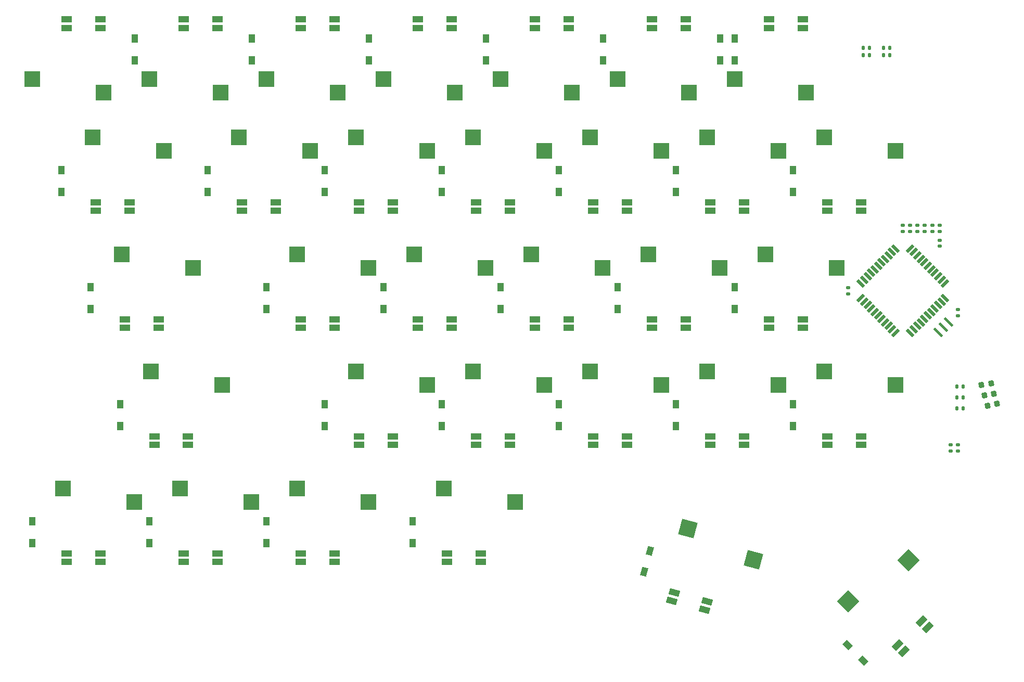
<source format=gbr>
G04 #@! TF.GenerationSoftware,KiCad,Pcbnew,(6.0.8)*
G04 #@! TF.CreationDate,2023-01-03T19:57:49+09:00*
G04 #@! TF.ProjectId,HatsuLight69_left.kicad_pcb,48617473-754c-4696-9768-7436395f6c65,0.1*
G04 #@! TF.SameCoordinates,Original*
G04 #@! TF.FileFunction,Paste,Bot*
G04 #@! TF.FilePolarity,Positive*
%FSLAX46Y46*%
G04 Gerber Fmt 4.6, Leading zero omitted, Abs format (unit mm)*
G04 Created by KiCad (PCBNEW (6.0.8)) date 2023-01-03 19:57:49*
%MOMM*%
%LPD*%
G01*
G04 APERTURE LIST*
G04 Aperture macros list*
%AMRoundRect*
0 Rectangle with rounded corners*
0 $1 Rounding radius*
0 $2 $3 $4 $5 $6 $7 $8 $9 X,Y pos of 4 corners*
0 Add a 4 corners polygon primitive as box body*
4,1,4,$2,$3,$4,$5,$6,$7,$8,$9,$2,$3,0*
0 Add four circle primitives for the rounded corners*
1,1,$1+$1,$2,$3*
1,1,$1+$1,$4,$5*
1,1,$1+$1,$6,$7*
1,1,$1+$1,$8,$9*
0 Add four rect primitives between the rounded corners*
20,1,$1+$1,$2,$3,$4,$5,0*
20,1,$1+$1,$4,$5,$6,$7,0*
20,1,$1+$1,$6,$7,$8,$9,0*
20,1,$1+$1,$8,$9,$2,$3,0*%
%AMRotRect*
0 Rectangle, with rotation*
0 The origin of the aperture is its center*
0 $1 length*
0 $2 width*
0 $3 Rotation angle, in degrees counterclockwise*
0 Add horizontal line*
21,1,$1,$2,0,0,$3*%
G04 Aperture macros list end*
%ADD10R,2.600000X2.600000*%
%ADD11RotRect,2.600000X2.600000X45.000000*%
%ADD12RotRect,2.600000X2.600000X345.000000*%
%ADD13R,1.000000X1.400000*%
%ADD14RoundRect,0.140000X0.170000X-0.140000X0.170000X0.140000X-0.170000X0.140000X-0.170000X-0.140000X0*%
%ADD15RoundRect,0.135000X0.135000X0.185000X-0.135000X0.185000X-0.135000X-0.185000X0.135000X-0.185000X0*%
%ADD16R,1.700000X1.000000*%
%ADD17RoundRect,0.218750X-0.170929X-0.290343X0.259924X-0.214371X0.170929X0.290343X-0.259924X0.214371X0*%
%ADD18RoundRect,0.135000X0.185000X-0.135000X0.185000X0.135000X-0.185000X0.135000X-0.185000X-0.135000X0*%
%ADD19RotRect,1.700000X1.000000X165.000000*%
%ADD20RoundRect,0.135000X-0.185000X0.135000X-0.185000X-0.135000X0.185000X-0.135000X0.185000X0.135000X0*%
%ADD21RotRect,1.400000X1.000000X135.000000*%
%ADD22RotRect,0.400000X1.900000X45.000000*%
%ADD23RoundRect,0.135000X-0.135000X-0.185000X0.135000X-0.185000X0.135000X0.185000X-0.135000X0.185000X0*%
%ADD24RoundRect,0.140000X-0.170000X0.140000X-0.170000X-0.140000X0.170000X-0.140000X0.170000X0.140000X0*%
%ADD25RotRect,1.500000X0.550000X225.000000*%
%ADD26RotRect,1.500000X0.550000X135.000000*%
%ADD27RotRect,1.700000X1.000000X225.000000*%
%ADD28RotRect,1.400000X1.000000X75.000000*%
G04 APERTURE END LIST*
D10*
G04 #@! TO.C,SW6*
X127431300Y-45371910D03*
X139031300Y-47571910D03*
G04 #@! TD*
D11*
G04 #@! TO.C,SW33*
X193752741Y-123674129D03*
X183994668Y-130320932D03*
G04 #@! TD*
D10*
G04 #@! TO.C,SW26*
X172606300Y-95121910D03*
X161006300Y-92921910D03*
G04 #@! TD*
G04 #@! TO.C,SW21*
X182131300Y-76071910D03*
X170531300Y-73871910D03*
G04 #@! TD*
G04 #@! TO.C,SW20*
X163081300Y-76071910D03*
X151481300Y-73871910D03*
G04 #@! TD*
G04 #@! TO.C,SW28*
X67831300Y-114171910D03*
X56231300Y-111971910D03*
G04 #@! TD*
G04 #@! TO.C,SW4*
X89331300Y-45371910D03*
X100931300Y-47571910D03*
G04 #@! TD*
G04 #@! TO.C,SW25*
X153556300Y-95121910D03*
X141956300Y-92921910D03*
G04 #@! TD*
G04 #@! TO.C,SW11*
X115456300Y-57021910D03*
X103856300Y-54821910D03*
G04 #@! TD*
G04 #@! TO.C,SW12*
X134506300Y-57021910D03*
X122906300Y-54821910D03*
G04 #@! TD*
G04 #@! TO.C,SW29*
X86881300Y-114171910D03*
X75281300Y-111971910D03*
G04 #@! TD*
G04 #@! TO.C,SW30*
X105931300Y-114171910D03*
X94331300Y-111971910D03*
G04 #@! TD*
G04 #@! TO.C,SW2*
X51231300Y-45371910D03*
X62831300Y-47571910D03*
G04 #@! TD*
G04 #@! TO.C,SW27*
X191656300Y-95121910D03*
X180056300Y-92921910D03*
G04 #@! TD*
G04 #@! TO.C,SW9*
X72593800Y-57021910D03*
X60993800Y-54821910D03*
G04 #@! TD*
G04 #@! TO.C,SW17*
X105931300Y-76071910D03*
X94331300Y-73871910D03*
G04 #@! TD*
G04 #@! TO.C,SW19*
X144031300Y-76071910D03*
X132431300Y-73871910D03*
G04 #@! TD*
G04 #@! TO.C,SW8*
X165531300Y-45371910D03*
X177131300Y-47571910D03*
G04 #@! TD*
G04 #@! TO.C,SW15*
X191656300Y-57021910D03*
X180056300Y-54821910D03*
G04 #@! TD*
G04 #@! TO.C,SW10*
X96406300Y-57021910D03*
X84806300Y-54821910D03*
G04 #@! TD*
G04 #@! TO.C,SW16*
X77356300Y-76071910D03*
X65756300Y-73871910D03*
G04 #@! TD*
G04 #@! TO.C,SW13*
X153556300Y-57021910D03*
X141956300Y-54821910D03*
G04 #@! TD*
G04 #@! TO.C,SW24*
X134506300Y-95121910D03*
X122906300Y-92921910D03*
G04 #@! TD*
G04 #@! TO.C,SW7*
X146481300Y-45371910D03*
X158081300Y-47571910D03*
G04 #@! TD*
G04 #@! TO.C,SW3*
X70281300Y-45371910D03*
X81881300Y-47571910D03*
G04 #@! TD*
G04 #@! TO.C,SW22*
X82118812Y-95121910D03*
X70518812Y-92921910D03*
G04 #@! TD*
D12*
G04 #@! TO.C,SW32*
X168518615Y-123589933D03*
X157883277Y-118462595D03*
G04 #@! TD*
D10*
G04 #@! TO.C,SW18*
X124981300Y-76071910D03*
X113381300Y-73871910D03*
G04 #@! TD*
G04 #@! TO.C,SW5*
X108381300Y-45371910D03*
X119981300Y-47571910D03*
G04 #@! TD*
G04 #@! TO.C,SW14*
X172606300Y-57021910D03*
X161006300Y-54821910D03*
G04 #@! TD*
G04 #@! TO.C,SW31*
X129743800Y-114171910D03*
X118143800Y-111971910D03*
G04 #@! TD*
G04 #@! TO.C,SW23*
X115456300Y-95121910D03*
X103856300Y-92921910D03*
G04 #@! TD*
D13*
G04 #@! TO.C,D33*
X113109570Y-120837680D03*
X113109570Y-117287680D03*
G04 #@! TD*
D14*
G04 #@! TO.C,C6*
X197644016Y-70131701D03*
X197644016Y-69171701D03*
G04 #@! TD*
D13*
G04 #@! TO.C,D8*
X144065846Y-42256364D03*
X144065846Y-38706364D03*
G04 #@! TD*
D15*
G04 #@! TO.C,R2*
X187438125Y-40243125D03*
X186418125Y-40243125D03*
G04 #@! TD*
D14*
G04 #@! TO.C,C7*
X198834642Y-70131701D03*
X198834642Y-69171701D03*
G04 #@! TD*
D16*
G04 #@! TO.C,D43*
X104406440Y-103479855D03*
X104406440Y-104879855D03*
X109906440Y-104879855D03*
X109906440Y-103479855D03*
G04 #@! TD*
D17*
G04 #@! TO.C,D3*
X206631339Y-98482373D03*
X208182411Y-98208877D03*
G04 #@! TD*
D16*
G04 #@! TO.C,D55*
X85356424Y-65379823D03*
X85356424Y-66779823D03*
X90856424Y-66779823D03*
X90856424Y-65379823D03*
G04 #@! TD*
G04 #@! TO.C,D66*
X75831416Y-35614173D03*
X75831416Y-37014173D03*
X81331416Y-37014173D03*
X81331416Y-35614173D03*
G04 #@! TD*
D13*
G04 #@! TO.C,D10*
X165497114Y-42256364D03*
X165497114Y-38706364D03*
G04 #@! TD*
D18*
G04 #@! TO.C,R6*
X201811207Y-83853900D03*
X201811207Y-82833900D03*
G04 #@! TD*
D13*
G04 #@! TO.C,D17*
X175022122Y-63687632D03*
X175022122Y-60137632D03*
G04 #@! TD*
D16*
G04 #@! TO.C,D54*
X61543904Y-65379823D03*
X61543904Y-66779823D03*
X67043904Y-66779823D03*
X67043904Y-65379823D03*
G04 #@! TD*
D15*
G04 #@! TO.C,R8*
X202678125Y-97155000D03*
X201658125Y-97155000D03*
G04 #@! TD*
D19*
G04 #@! TO.C,D37*
X155671677Y-128930010D03*
X155309331Y-130282306D03*
X160621923Y-131705810D03*
X160984269Y-130353514D03*
G04 #@! TD*
D13*
G04 #@! TO.C,D24*
X65484530Y-101787664D03*
X65484530Y-98237664D03*
G04 #@! TD*
D20*
G04 #@! TO.C,R10*
X201811207Y-104860481D03*
X201811207Y-105880481D03*
G04 #@! TD*
D13*
G04 #@! TO.C,D14*
X117872074Y-63687632D03*
X117872074Y-60137632D03*
G04 #@! TD*
G04 #@! TO.C,D29*
X175022122Y-101787664D03*
X175022122Y-98237664D03*
G04 #@! TD*
G04 #@! TO.C,D20*
X108347066Y-82737648D03*
X108347066Y-79187648D03*
G04 #@! TD*
G04 #@! TO.C,D4*
X67865782Y-42256364D03*
X67865782Y-38706364D03*
G04 #@! TD*
G04 #@! TO.C,D28*
X155972106Y-101787664D03*
X155972106Y-98237664D03*
G04 #@! TD*
D16*
G04 #@! TO.C,D63*
X132981464Y-35614173D03*
X132981464Y-37014173D03*
X138481464Y-37014173D03*
X138481464Y-35614173D03*
G04 #@! TD*
D13*
G04 #@! TO.C,D26*
X117872074Y-101787664D03*
X117872074Y-98237664D03*
G04 #@! TD*
D21*
G04 #@! TO.C,D35*
X186397558Y-139963124D03*
X183887328Y-137452894D03*
G04 #@! TD*
D20*
G04 #@! TO.C,R11*
X200620581Y-104860481D03*
X200620581Y-105880481D03*
G04 #@! TD*
D16*
G04 #@! TO.C,D62*
X152031480Y-35614173D03*
X152031480Y-37014173D03*
X157531480Y-37014173D03*
X157531480Y-35614173D03*
G04 #@! TD*
G04 #@! TO.C,D41*
X56781400Y-122529871D03*
X56781400Y-123929871D03*
X62281400Y-123929871D03*
X62281400Y-122529871D03*
G04 #@! TD*
G04 #@! TO.C,D50*
X132981464Y-84429839D03*
X132981464Y-85829839D03*
X138481464Y-85829839D03*
X138481464Y-84429839D03*
G04 #@! TD*
G04 #@! TO.C,D67*
X56781400Y-35614173D03*
X56781400Y-37014173D03*
X62281400Y-37014173D03*
X62281400Y-35614173D03*
G04 #@! TD*
D13*
G04 #@! TO.C,D27*
X136922090Y-101787664D03*
X136922090Y-98237664D03*
G04 #@! TD*
G04 #@! TO.C,D15*
X136922090Y-63687632D03*
X136922090Y-60137632D03*
G04 #@! TD*
D22*
G04 #@! TO.C,X1*
X198581427Y-86573680D03*
X199429955Y-85725152D03*
X200278483Y-84876624D03*
G04 #@! TD*
D16*
G04 #@! TO.C,D59*
X161556488Y-65379823D03*
X161556488Y-66779823D03*
X167056488Y-66779823D03*
X167056488Y-65379823D03*
G04 #@! TD*
D18*
G04 #@! TO.C,R7*
X183951817Y-80282022D03*
X183951817Y-79262022D03*
G04 #@! TD*
D23*
G04 #@! TO.C,R4*
X189751875Y-40243125D03*
X190771875Y-40243125D03*
G04 #@! TD*
D24*
G04 #@! TO.C,C2*
X198834642Y-71552953D03*
X198834642Y-72512953D03*
G04 #@! TD*
D16*
G04 #@! TO.C,D39*
X94881432Y-122529871D03*
X94881432Y-123929871D03*
X100381432Y-123929871D03*
X100381432Y-122529871D03*
G04 #@! TD*
D13*
G04 #@! TO.C,D21*
X127397082Y-82737648D03*
X127397082Y-79187648D03*
G04 #@! TD*
D25*
G04 #@! TO.C,U1*
X194083594Y-72913086D03*
X194649279Y-73478772D03*
X195214964Y-74044457D03*
X195780650Y-74610142D03*
X196346335Y-75175828D03*
X196912021Y-75741513D03*
X197477706Y-76307199D03*
X198043392Y-76872884D03*
X198609077Y-77438570D03*
X199174762Y-78004255D03*
X199740448Y-78569940D03*
D26*
X199740448Y-80974104D03*
X199174762Y-81539789D03*
X198609077Y-82105474D03*
X198043392Y-82671160D03*
X197477706Y-83236845D03*
X196912021Y-83802531D03*
X196346335Y-84368216D03*
X195780650Y-84933902D03*
X195214964Y-85499587D03*
X194649279Y-86065272D03*
X194083594Y-86630958D03*
D25*
X191679430Y-86630958D03*
X191113745Y-86065272D03*
X190548060Y-85499587D03*
X189982374Y-84933902D03*
X189416689Y-84368216D03*
X188851003Y-83802531D03*
X188285318Y-83236845D03*
X187719632Y-82671160D03*
X187153947Y-82105474D03*
X186588262Y-81539789D03*
X186022576Y-80974104D03*
D26*
X186022576Y-78569940D03*
X186588262Y-78004255D03*
X187153947Y-77438570D03*
X187719632Y-76872884D03*
X188285318Y-76307199D03*
X188851003Y-75741513D03*
X189416689Y-75175828D03*
X189982374Y-74610142D03*
X190548060Y-74044457D03*
X191113745Y-73478772D03*
X191679430Y-72913086D03*
G04 #@! TD*
D13*
G04 #@! TO.C,D7*
X125015830Y-42256364D03*
X125015830Y-38706364D03*
G04 #@! TD*
G04 #@! TO.C,D31*
X70247034Y-120837680D03*
X70247034Y-117287680D03*
G04 #@! TD*
G04 #@! TO.C,D22*
X146447098Y-82737648D03*
X146447098Y-79187648D03*
G04 #@! TD*
G04 #@! TO.C,D19*
X89297050Y-82737648D03*
X89297050Y-79187648D03*
G04 #@! TD*
D16*
G04 #@! TO.C,D56*
X104406440Y-65379823D03*
X104406440Y-66779823D03*
X109906440Y-66779823D03*
X109906440Y-65379823D03*
G04 #@! TD*
G04 #@! TO.C,D58*
X142506472Y-65379823D03*
X142506472Y-66779823D03*
X148006472Y-66779823D03*
X148006472Y-65379823D03*
G04 #@! TD*
D13*
G04 #@! TO.C,D18*
X60722026Y-82737648D03*
X60722026Y-79187648D03*
G04 #@! TD*
D16*
G04 #@! TO.C,D47*
X180606504Y-103479855D03*
X180606504Y-104879855D03*
X186106504Y-104879855D03*
X186106504Y-103479855D03*
G04 #@! TD*
D13*
G04 #@! TO.C,D23*
X165497114Y-82737648D03*
X165497114Y-79187648D03*
G04 #@! TD*
D23*
G04 #@! TO.C,R3*
X189751875Y-41433750D03*
X190771875Y-41433750D03*
G04 #@! TD*
D13*
G04 #@! TO.C,D16*
X155972106Y-63687632D03*
X155972106Y-60137632D03*
G04 #@! TD*
G04 #@! TO.C,D25*
X98822058Y-101787664D03*
X98822058Y-98237664D03*
G04 #@! TD*
D16*
G04 #@! TO.C,D40*
X75831416Y-122529871D03*
X75831416Y-123929871D03*
X81331416Y-123929871D03*
X81331416Y-122529871D03*
G04 #@! TD*
D15*
G04 #@! TO.C,R5*
X202678125Y-95369061D03*
X201658125Y-95369061D03*
G04 #@! TD*
D16*
G04 #@! TO.C,D65*
X94881432Y-35614173D03*
X94881432Y-37014173D03*
X100381432Y-37014173D03*
X100381432Y-35614173D03*
G04 #@! TD*
D13*
G04 #@! TO.C,D32*
X89297050Y-120837680D03*
X89297050Y-117287680D03*
G04 #@! TD*
D27*
G04 #@! TO.C,D36*
X192029282Y-137482479D03*
X193019231Y-138472428D03*
X196908318Y-134583341D03*
X195918369Y-133593392D03*
G04 #@! TD*
D13*
G04 #@! TO.C,D12*
X79772042Y-63687632D03*
X79772042Y-60137632D03*
G04 #@! TD*
G04 #@! TO.C,D5*
X86915798Y-42256364D03*
X86915798Y-38706364D03*
G04 #@! TD*
D28*
G04 #@! TO.C,D34*
X150750198Y-125539702D03*
X151669006Y-122110666D03*
G04 #@! TD*
D14*
G04 #@! TO.C,C4*
X195262764Y-70131701D03*
X195262764Y-69171701D03*
G04 #@! TD*
D16*
G04 #@! TO.C,D46*
X161556488Y-103479855D03*
X161556488Y-104879855D03*
X167056488Y-104879855D03*
X167056488Y-103479855D03*
G04 #@! TD*
G04 #@! TO.C,D38*
X118693800Y-122529871D03*
X118693800Y-123929871D03*
X124193800Y-123929871D03*
X124193800Y-122529871D03*
G04 #@! TD*
G04 #@! TO.C,D45*
X142506472Y-103479855D03*
X142506472Y-104879855D03*
X148006472Y-104879855D03*
X148006472Y-103479855D03*
G04 #@! TD*
G04 #@! TO.C,D42*
X71068912Y-103479855D03*
X71068912Y-104879855D03*
X76568912Y-104879855D03*
X76568912Y-103479855D03*
G04 #@! TD*
D15*
G04 #@! TO.C,R1*
X187438125Y-41433750D03*
X186418125Y-41433750D03*
G04 #@! TD*
D16*
G04 #@! TO.C,D52*
X94881432Y-84429839D03*
X94881432Y-85829839D03*
X100381432Y-85829839D03*
X100381432Y-84429839D03*
G04 #@! TD*
D14*
G04 #@! TO.C,C1*
X192881512Y-70131701D03*
X192881512Y-69171701D03*
G04 #@! TD*
D16*
G04 #@! TO.C,D57*
X123456456Y-65379823D03*
X123456456Y-66779823D03*
X128956456Y-66779823D03*
X128956456Y-65379823D03*
G04 #@! TD*
G04 #@! TO.C,D48*
X171081496Y-84429839D03*
X171081496Y-85829839D03*
X176581496Y-85829839D03*
X176581496Y-84429839D03*
G04 #@! TD*
G04 #@! TO.C,D53*
X66306408Y-84429839D03*
X66306408Y-85829839D03*
X71806408Y-85829839D03*
X71806408Y-84429839D03*
G04 #@! TD*
D13*
G04 #@! TO.C,D13*
X98822058Y-63687632D03*
X98822058Y-60137632D03*
G04 #@! TD*
G04 #@! TO.C,D30*
X51197018Y-120837680D03*
X51197018Y-117287680D03*
G04 #@! TD*
D16*
G04 #@! TO.C,D61*
X171081496Y-35614173D03*
X171081496Y-37014173D03*
X176581496Y-37014173D03*
X176581496Y-35614173D03*
G04 #@! TD*
D17*
G04 #@! TO.C,D1*
X205678839Y-95148623D03*
X207229911Y-94875127D03*
G04 #@! TD*
D14*
G04 #@! TO.C,C3*
X194072138Y-70131701D03*
X194072138Y-69171701D03*
G04 #@! TD*
D16*
G04 #@! TO.C,D44*
X123456456Y-103479855D03*
X123456456Y-104879855D03*
X128956456Y-104879855D03*
X128956456Y-103479855D03*
G04 #@! TD*
D13*
G04 #@! TO.C,D11*
X55959522Y-63687632D03*
X55959522Y-60137632D03*
G04 #@! TD*
D14*
G04 #@! TO.C,C5*
X196453390Y-70131701D03*
X196453390Y-69171701D03*
G04 #@! TD*
D16*
G04 #@! TO.C,D51*
X113931448Y-84429839D03*
X113931448Y-85829839D03*
X119431448Y-85829839D03*
X119431448Y-84429839D03*
G04 #@! TD*
G04 #@! TO.C,D64*
X113931448Y-35614173D03*
X113931448Y-37014173D03*
X119431448Y-37014173D03*
X119431448Y-35614173D03*
G04 #@! TD*
D17*
G04 #@! TO.C,D2*
X206155089Y-96815498D03*
X207706161Y-96542002D03*
G04 #@! TD*
D23*
G04 #@! TO.C,R9*
X201658125Y-98940939D03*
X202678125Y-98940939D03*
G04 #@! TD*
D13*
G04 #@! TO.C,D6*
X105965814Y-42256364D03*
X105965814Y-38706364D03*
G04 #@! TD*
G04 #@! TO.C,D9*
X163115862Y-42256364D03*
X163115862Y-38706364D03*
G04 #@! TD*
D16*
G04 #@! TO.C,D49*
X152031480Y-84429839D03*
X152031480Y-85829839D03*
X157531480Y-85829839D03*
X157531480Y-84429839D03*
G04 #@! TD*
G04 #@! TO.C,D60*
X180606504Y-65379823D03*
X180606504Y-66779823D03*
X186106504Y-66779823D03*
X186106504Y-65379823D03*
G04 #@! TD*
M02*

</source>
